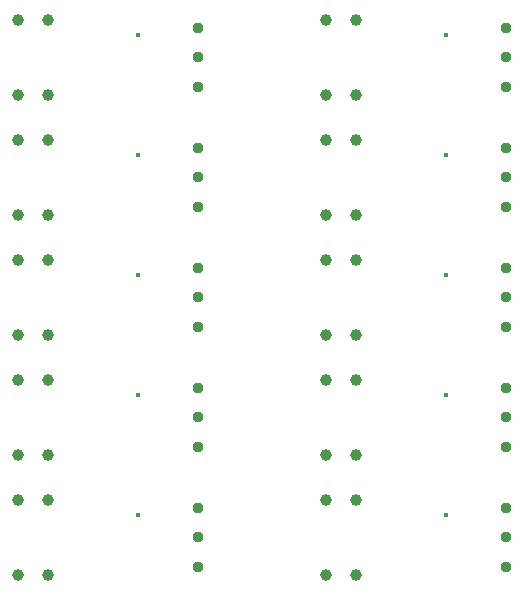
<source format=gbr>
%TF.GenerationSoftware,KiCad,Pcbnew,8.0.8*%
%TF.CreationDate,2025-02-21T17:55:26+11:00*%
%TF.ProjectId,panel,70616e65-6c2e-46b6-9963-61645f706362,rev?*%
%TF.SameCoordinates,Original*%
%TF.FileFunction,Plated,1,2,PTH,Drill*%
%TF.FilePolarity,Positive*%
%FSLAX46Y46*%
G04 Gerber Fmt 4.6, Leading zero omitted, Abs format (unit mm)*
G04 Created by KiCad (PCBNEW 8.0.8) date 2025-02-21 17:55:26*
%MOMM*%
%LPD*%
G01*
G04 APERTURE LIST*
%TA.AperFunction,ViaDrill*%
%ADD10C,0.400000*%
%TD*%
%TA.AperFunction,ComponentDrill*%
%ADD11C,0.950000*%
%TD*%
%TA.AperFunction,ComponentDrill*%
%ADD12C,1.000000*%
%TD*%
G04 APERTURE END LIST*
D10*
X141515000Y-30199500D03*
X141515000Y-40359500D03*
X141515000Y-50519500D03*
X141515000Y-60679500D03*
X141515000Y-70839500D03*
X167550000Y-30199500D03*
X167550000Y-40359500D03*
X167550000Y-50519500D03*
X167550000Y-60679500D03*
X167550000Y-70839500D03*
D11*
%TO.C,J3*%
X146595000Y-29579500D03*
X146595000Y-32079500D03*
X146595000Y-34579500D03*
X146595000Y-39739500D03*
X146595000Y-42239500D03*
X146595000Y-44739500D03*
X146595000Y-49899500D03*
X146595000Y-52399500D03*
X146595000Y-54899500D03*
X146595000Y-60059500D03*
X146595000Y-62559500D03*
X146595000Y-65059500D03*
X146595000Y-70219500D03*
X146595000Y-72719500D03*
X146595000Y-75219500D03*
X172630000Y-29579500D03*
X172630000Y-32079500D03*
X172630000Y-34579500D03*
X172630000Y-39739500D03*
X172630000Y-42239500D03*
X172630000Y-44739500D03*
X172630000Y-49899500D03*
X172630000Y-52399500D03*
X172630000Y-54899500D03*
X172630000Y-60059500D03*
X172630000Y-62559500D03*
X172630000Y-65059500D03*
X172630000Y-70219500D03*
X172630000Y-72719500D03*
X172630000Y-75219500D03*
D12*
%TO.C,J8*%
X131350000Y-28904500D03*
%TO.C,J9*%
X131350000Y-35254500D03*
%TO.C,J8*%
X131350000Y-39064500D03*
%TO.C,J9*%
X131350000Y-45414500D03*
%TO.C,J8*%
X131350000Y-49224500D03*
%TO.C,J9*%
X131350000Y-55574500D03*
%TO.C,J8*%
X131350000Y-59384500D03*
%TO.C,J9*%
X131350000Y-65734500D03*
%TO.C,J8*%
X131350000Y-69544500D03*
%TO.C,J9*%
X131350000Y-75894500D03*
%TO.C,J8*%
X133890000Y-28904500D03*
%TO.C,J9*%
X133890000Y-35254500D03*
%TO.C,J8*%
X133890000Y-39064500D03*
%TO.C,J9*%
X133890000Y-45414500D03*
%TO.C,J8*%
X133890000Y-49224500D03*
%TO.C,J9*%
X133890000Y-55574500D03*
%TO.C,J8*%
X133890000Y-59384500D03*
%TO.C,J9*%
X133890000Y-65734500D03*
%TO.C,J8*%
X133890000Y-69544500D03*
%TO.C,J9*%
X133890000Y-75894500D03*
%TO.C,J8*%
X157385000Y-28904500D03*
%TO.C,J9*%
X157385000Y-35254500D03*
%TO.C,J8*%
X157385000Y-39064500D03*
%TO.C,J9*%
X157385000Y-45414500D03*
%TO.C,J8*%
X157385000Y-49224500D03*
%TO.C,J9*%
X157385000Y-55574500D03*
%TO.C,J8*%
X157385000Y-59384500D03*
%TO.C,J9*%
X157385000Y-65734500D03*
%TO.C,J8*%
X157385000Y-69544500D03*
%TO.C,J9*%
X157385000Y-75894500D03*
%TO.C,J8*%
X159925000Y-28904500D03*
%TO.C,J9*%
X159925000Y-35254500D03*
%TO.C,J8*%
X159925000Y-39064500D03*
%TO.C,J9*%
X159925000Y-45414500D03*
%TO.C,J8*%
X159925000Y-49224500D03*
%TO.C,J9*%
X159925000Y-55574500D03*
%TO.C,J8*%
X159925000Y-59384500D03*
%TO.C,J9*%
X159925000Y-65734500D03*
%TO.C,J8*%
X159925000Y-69544500D03*
%TO.C,J9*%
X159925000Y-75894500D03*
M02*

</source>
